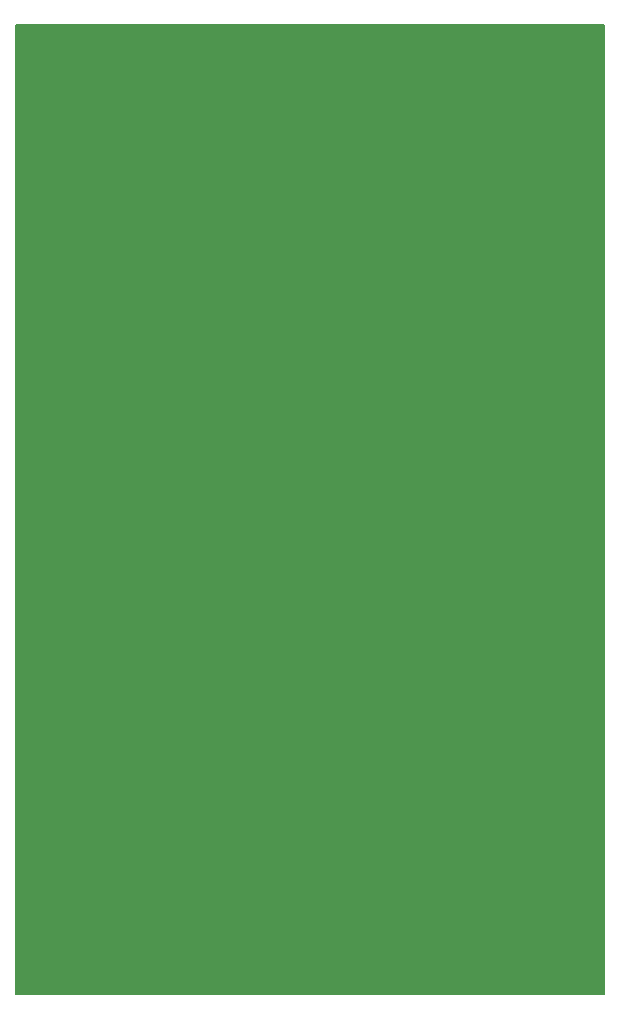
<source format=gm1>
G04 #@! TF.GenerationSoftware,KiCad,Pcbnew,(5.0.1)-3*
G04 #@! TF.CreationDate,2019-12-27T22:22:09+02:00*
G04 #@! TF.ProjectId,8Sticc_2u,3853746963635F32752E6B696361645F,rev?*
G04 #@! TF.SameCoordinates,Original*
G04 #@! TF.FileFunction,Profile,NP*
%FSLAX46Y46*%
G04 Gerber Fmt 4.6, Leading zero omitted, Abs format (unit mm)*
G04 Created by KiCad (PCBNEW (5.0.1)-3) date 12/27/19 22:22:09*
%MOMM*%
%LPD*%
G01*
G04 APERTURE LIST*
%ADD10C,0.150000*%
%ADD11C,0.254000*%
G04 APERTURE END LIST*
D10*
X95597750Y-147921750D02*
X95597750Y-65879750D01*
X145381750Y-147921750D02*
X95597750Y-147921750D01*
X145381750Y-65879750D02*
X145381750Y-147921750D01*
X95597750Y-65879750D02*
X145381750Y-65879750D01*
D11*
G36*
X145254750Y-147794750D02*
X95724750Y-147794750D01*
X95724750Y-66006750D01*
X145254750Y-66006750D01*
X145254750Y-147794750D01*
X145254750Y-147794750D01*
G37*
X145254750Y-147794750D02*
X95724750Y-147794750D01*
X95724750Y-66006750D01*
X145254750Y-66006750D01*
X145254750Y-147794750D01*
M02*

</source>
